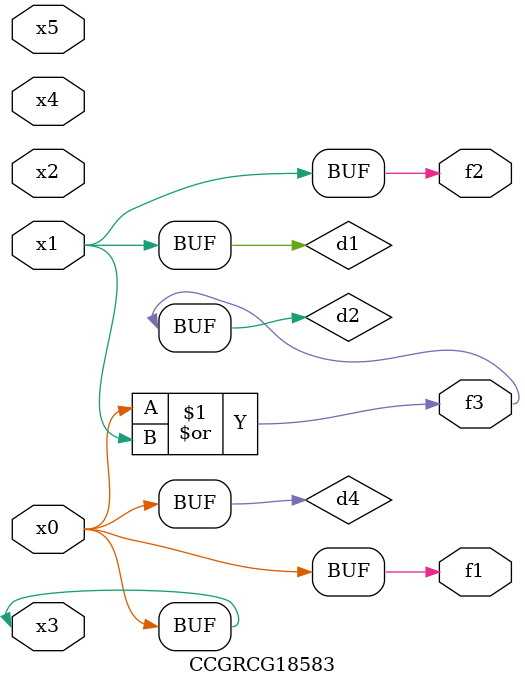
<source format=v>
module CCGRCG18583(
	input x0, x1, x2, x3, x4, x5,
	output f1, f2, f3
);

	wire d1, d2, d3, d4;

	and (d1, x1);
	or (d2, x0, x1);
	nand (d3, x0, x5);
	buf (d4, x0, x3);
	assign f1 = d4;
	assign f2 = d1;
	assign f3 = d2;
endmodule

</source>
